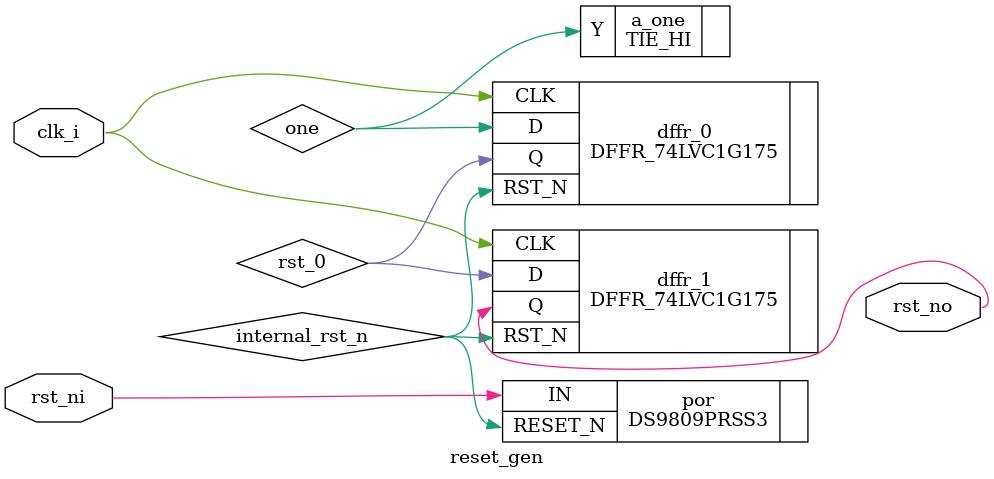
<source format=v>

module reset_gen (
  input  clk_i,
  input  rst_ni,
  output rst_no
);
  wire internal_rst_n, one, rst_0;

  DS9809PRSS3 por (
      .IN      ( rst_ni         ),
      .RESET_N ( internal_rst_n )
  );

  TIE_HI a_one (
    .Y ( one )
  );

  DFFR_74LVC1G175 dffr_0 (
    .CLK   ( clk_i          ),
    .RST_N ( internal_rst_n ),
    .D     ( one           ),
    .Q     ( rst_0          )
  );

  DFFR_74LVC1G175 dffr_1 (
    .CLK   ( clk_i          ),
    .RST_N ( internal_rst_n ),
    .D     ( rst_0          ),
    .Q     ( rst_no         )
  );
endmodule

</source>
